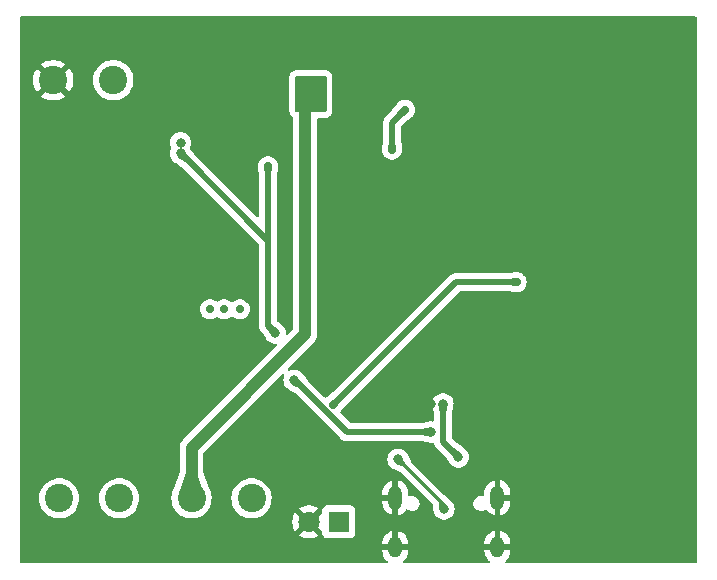
<source format=gbr>
%TF.GenerationSoftware,KiCad,Pcbnew,7.99.0-1092-g932f171e96*%
%TF.CreationDate,2023-06-26T03:17:45+02:00*%
%TF.ProjectId,irrigation,69727269-6761-4746-996f-6e2e6b696361,0.1*%
%TF.SameCoordinates,Original*%
%TF.FileFunction,Copper,L2,Bot*%
%TF.FilePolarity,Positive*%
%FSLAX46Y46*%
G04 Gerber Fmt 4.6, Leading zero omitted, Abs format (unit mm)*
G04 Created by KiCad (PCBNEW 7.99.0-1092-g932f171e96) date 2023-06-26 03:17:45*
%MOMM*%
%LPD*%
G01*
G04 APERTURE LIST*
%TA.AperFunction,ComponentPad*%
%ADD10R,1.800000X1.800000*%
%TD*%
%TA.AperFunction,ComponentPad*%
%ADD11C,1.800000*%
%TD*%
%TA.AperFunction,SMDPad,CuDef*%
%ADD12R,2.950000X4.500000*%
%TD*%
%TA.AperFunction,ComponentPad*%
%ADD13C,0.600000*%
%TD*%
%TA.AperFunction,ComponentPad*%
%ADD14C,2.400000*%
%TD*%
%TA.AperFunction,ComponentPad*%
%ADD15O,1.200000X2.000000*%
%TD*%
%TA.AperFunction,ComponentPad*%
%ADD16O,1.200000X1.800000*%
%TD*%
%TA.AperFunction,ViaPad*%
%ADD17C,0.700000*%
%TD*%
%TA.AperFunction,ViaPad*%
%ADD18C,0.800000*%
%TD*%
%TA.AperFunction,Conductor*%
%ADD19C,0.500000*%
%TD*%
%TA.AperFunction,Conductor*%
%ADD20C,1.000000*%
%TD*%
%TA.AperFunction,Conductor*%
%ADD21C,0.250000*%
%TD*%
G04 APERTURE END LIST*
D10*
%TO.P,J5,1,Pin_1*%
%TO.N,/GPIO4*%
X138100000Y-77700000D03*
D11*
%TO.P,J5,2,Pin_2*%
%TO.N,GND*%
X135560000Y-77700000D03*
%TD*%
D12*
%TO.P,U1,9,GNDPAD*%
%TO.N,GND*%
X146400000Y-40950000D03*
D13*
X147000000Y-42750000D03*
X147000000Y-41650000D03*
X147000000Y-40350000D03*
X145800000Y-42750000D03*
X145800000Y-39150000D03*
X145800000Y-41650000D03*
X145800000Y-40350000D03*
X147000000Y-39150000D03*
%TD*%
D14*
%TO.P,J1,1,Pin_1*%
%TO.N,Net-(J1-Pin_1)*%
X119000000Y-40300000D03*
%TO.P,J1,2,Pin_2*%
%TO.N,GND*%
X113920000Y-40300000D03*
%TD*%
D15*
%TO.P,J4,0*%
%TO.N,GND*%
X142875000Y-75645500D03*
%TO.P,J4,1*%
X151525000Y-75645500D03*
D16*
%TO.P,J4,2*%
X151525000Y-79825500D03*
%TO.P,J4,3*%
X142875000Y-79825500D03*
%TD*%
D14*
%TO.P,J3,1,Pin_1*%
%TO.N,+12V*%
X125620000Y-75700000D03*
%TO.P,J3,2,Pin_2*%
%TO.N,Net-(D6-A)*%
X130700000Y-75700000D03*
%TD*%
%TO.P,J2,1,Pin_1*%
%TO.N,+12V*%
X114420000Y-75700000D03*
%TO.P,J2,2,Pin_2*%
%TO.N,Net-(D7-A)*%
X119500000Y-75700000D03*
%TD*%
D17*
%TO.N,/USB_VBUS*%
X132100000Y-47600000D03*
D18*
X124700000Y-46500000D03*
X124700000Y-45600000D03*
D17*
%TO.N,GND*%
X121705000Y-55700000D03*
X120505000Y-55700000D03*
X119205000Y-55700000D03*
D18*
X129350000Y-46500000D03*
X129350000Y-45600000D03*
%TO.N,/USB_VBUS*%
X132700000Y-61700000D03*
X134300000Y-65700000D03*
X145900000Y-70100000D03*
%TO.N,GND*%
X145900000Y-67700000D03*
%TO.N,Net-(J2-CC1)*%
X147000000Y-76600000D03*
X143100000Y-72400000D03*
%TO.N,/USB_D+*%
X146900000Y-67700000D03*
X148200000Y-72200000D03*
%TO.N,GND*%
X148700000Y-36800000D03*
X140200000Y-38300000D03*
X130500000Y-42300000D03*
X130500000Y-41500000D03*
X130500000Y-40700000D03*
X130500000Y-40700000D03*
X158950000Y-60500000D03*
D17*
X161100000Y-73300000D03*
X161100000Y-72200000D03*
X161100000Y-71100000D03*
X162200000Y-71100000D03*
X162200000Y-72200000D03*
X162200000Y-73300000D03*
X159900000Y-73300000D03*
X159900000Y-72200000D03*
X159900000Y-71100000D03*
%TO.N,Net-(D6-A)*%
X129700000Y-59700000D03*
X128400000Y-59700000D03*
X127200000Y-59700000D03*
%TO.N,+3V3*%
X153140000Y-57410000D03*
X137600000Y-67800000D03*
D18*
%TO.N,GND*%
X155300000Y-62500000D03*
D17*
X167500000Y-57500000D03*
X165700000Y-57500000D03*
X163700000Y-57500000D03*
X160200000Y-57500000D03*
X160200000Y-57500000D03*
X155800000Y-59600000D03*
X155800000Y-55100000D03*
D18*
%TO.N,+12V*%
X135250000Y-41500000D03*
X135250000Y-42250000D03*
X136250000Y-42250000D03*
X136250000Y-41500000D03*
X136250000Y-40750000D03*
X135250000Y-40750000D03*
D17*
%TO.N,Net-(U1-VSENSE)*%
X142600000Y-46175000D03*
X143700000Y-42800000D03*
%TD*%
D19*
%TO.N,/USB_VBUS*%
X132700000Y-61700000D02*
X132100000Y-61100000D01*
X132100000Y-61100000D02*
X132100000Y-53900000D01*
X132100000Y-53900000D02*
X132100000Y-47600000D01*
X132100000Y-53900000D02*
X124700000Y-46500000D01*
D20*
%TO.N,+12V*%
X135250000Y-42250000D02*
X135250000Y-61804928D01*
X135250000Y-61804928D02*
X125620000Y-71434928D01*
X125620000Y-71434928D02*
X125620000Y-75700000D01*
D19*
%TO.N,/USB_VBUS*%
X134300000Y-65700000D02*
X134369336Y-65700000D01*
X134369336Y-65700000D02*
X138769336Y-70100000D01*
X138769336Y-70100000D02*
X145900000Y-70100000D01*
D21*
%TO.N,Net-(J2-CC1)*%
X147000000Y-76600000D02*
X147000000Y-76300000D01*
X147000000Y-76300000D02*
X143100000Y-72400000D01*
D19*
%TO.N,/USB_D+*%
X146900000Y-67700000D02*
X146900000Y-70900000D01*
X146900000Y-70900000D02*
X148200000Y-72200000D01*
%TO.N,+3V3*%
X153140000Y-57410000D02*
X147990000Y-57410000D01*
X147990000Y-57410000D02*
X137600000Y-67800000D01*
%TO.N,Net-(U1-VSENSE)*%
X142600000Y-46175000D02*
X142600000Y-43900000D01*
X142600000Y-43900000D02*
X143700000Y-42800000D01*
%TD*%
%TA.AperFunction,Conductor*%
%TO.N,GND*%
G36*
X168342539Y-34920185D02*
G01*
X168388294Y-34972989D01*
X168399500Y-35024500D01*
X168399500Y-81075500D01*
X168379815Y-81142539D01*
X168327011Y-81188294D01*
X168275500Y-81199500D01*
X152301050Y-81199500D01*
X152234011Y-81179815D01*
X152188256Y-81127011D01*
X152178312Y-81057853D01*
X152207337Y-80994297D01*
X152229124Y-80974492D01*
X152248621Y-80960608D01*
X152248625Y-80960604D01*
X152393592Y-80808567D01*
X152507166Y-80631842D01*
X152585244Y-80436814D01*
X152625000Y-80230537D01*
X152625000Y-80075500D01*
X151925000Y-80075500D01*
X151925000Y-79575500D01*
X152625000Y-79575500D01*
X152625000Y-79473101D01*
X152610034Y-79316377D01*
X152610033Y-79316373D01*
X152550850Y-79114813D01*
X152454586Y-78928085D01*
X152324731Y-78762962D01*
X152324728Y-78762959D01*
X152165969Y-78625394D01*
X152165958Y-78625385D01*
X151984039Y-78520355D01*
X151984032Y-78520352D01*
X151785516Y-78451644D01*
X151775000Y-78450132D01*
X151775000Y-79209814D01*
X151763045Y-79197859D01*
X151650148Y-79140335D01*
X151525000Y-79120514D01*
X151399852Y-79140335D01*
X151286955Y-79197859D01*
X151275000Y-79209814D01*
X151275000Y-78454240D01*
X151274999Y-78454240D01*
X151163594Y-78481268D01*
X151163582Y-78481272D01*
X150972497Y-78568537D01*
X150972496Y-78568538D01*
X150801380Y-78690389D01*
X150801374Y-78690395D01*
X150656407Y-78842432D01*
X150542833Y-79019157D01*
X150464755Y-79214185D01*
X150425000Y-79420462D01*
X150425000Y-79575500D01*
X151125000Y-79575500D01*
X151125000Y-80075500D01*
X150425000Y-80075500D01*
X150425000Y-80177898D01*
X150439965Y-80334622D01*
X150439966Y-80334626D01*
X150499149Y-80536186D01*
X150595413Y-80722914D01*
X150725268Y-80888037D01*
X150725271Y-80888040D01*
X150833461Y-80981787D01*
X150871235Y-81040565D01*
X150871235Y-81110435D01*
X150833461Y-81169213D01*
X150769905Y-81198238D01*
X150752258Y-81199500D01*
X143651050Y-81199500D01*
X143584011Y-81179815D01*
X143538256Y-81127011D01*
X143528312Y-81057853D01*
X143557337Y-80994297D01*
X143579124Y-80974492D01*
X143598621Y-80960608D01*
X143598625Y-80960604D01*
X143743592Y-80808567D01*
X143857166Y-80631842D01*
X143935244Y-80436814D01*
X143975000Y-80230537D01*
X143975000Y-80075500D01*
X143275000Y-80075500D01*
X143275000Y-79575500D01*
X143975000Y-79575500D01*
X143975000Y-79473101D01*
X143960034Y-79316377D01*
X143960033Y-79316373D01*
X143900850Y-79114813D01*
X143804586Y-78928085D01*
X143674731Y-78762962D01*
X143674728Y-78762959D01*
X143515969Y-78625394D01*
X143515958Y-78625385D01*
X143334039Y-78520355D01*
X143334032Y-78520352D01*
X143135516Y-78451644D01*
X143125000Y-78450132D01*
X143125000Y-79209814D01*
X143113045Y-79197859D01*
X143000148Y-79140335D01*
X142875000Y-79120514D01*
X142749852Y-79140335D01*
X142636955Y-79197859D01*
X142625000Y-79209814D01*
X142625000Y-78454240D01*
X142624999Y-78454240D01*
X142513594Y-78481268D01*
X142513582Y-78481272D01*
X142322497Y-78568537D01*
X142322496Y-78568538D01*
X142151380Y-78690389D01*
X142151374Y-78690395D01*
X142006407Y-78842432D01*
X141892833Y-79019157D01*
X141814755Y-79214185D01*
X141775000Y-79420462D01*
X141775000Y-79575500D01*
X142475000Y-79575500D01*
X142475000Y-80075500D01*
X141775000Y-80075500D01*
X141775000Y-80177898D01*
X141789965Y-80334622D01*
X141789966Y-80334626D01*
X141849149Y-80536186D01*
X141945413Y-80722914D01*
X142075268Y-80888037D01*
X142075271Y-80888040D01*
X142183461Y-80981787D01*
X142221235Y-81040565D01*
X142221235Y-81110435D01*
X142183461Y-81169213D01*
X142119905Y-81198238D01*
X142102258Y-81199500D01*
X111224500Y-81199500D01*
X111157461Y-81179815D01*
X111111706Y-81127011D01*
X111100500Y-81075500D01*
X111100500Y-77700005D01*
X134155202Y-77700005D01*
X134174361Y-77931218D01*
X134231317Y-78156135D01*
X134324516Y-78368609D01*
X134408811Y-78497633D01*
X135034070Y-77872375D01*
X135036884Y-77885915D01*
X135106442Y-78020156D01*
X135209638Y-78130652D01*
X135338819Y-78209209D01*
X135390002Y-78223549D01*
X134761199Y-78852351D01*
X134791650Y-78876050D01*
X134995697Y-78986476D01*
X134995706Y-78986479D01*
X135215139Y-79061811D01*
X135443993Y-79100000D01*
X135676007Y-79100000D01*
X135904860Y-79061811D01*
X136124293Y-78986479D01*
X136124302Y-78986476D01*
X136328350Y-78876050D01*
X136358798Y-78852351D01*
X135731568Y-78225121D01*
X135848458Y-78174349D01*
X135965739Y-78078934D01*
X136052928Y-77955415D01*
X136083354Y-77869801D01*
X136663181Y-78449628D01*
X136696666Y-78510951D01*
X136699500Y-78537308D01*
X136699500Y-78647869D01*
X136699501Y-78647876D01*
X136705908Y-78707483D01*
X136756202Y-78842328D01*
X136756206Y-78842335D01*
X136842452Y-78957544D01*
X136842455Y-78957547D01*
X136957664Y-79043793D01*
X136957671Y-79043797D01*
X137092517Y-79094091D01*
X137092516Y-79094091D01*
X137099444Y-79094835D01*
X137152127Y-79100500D01*
X139047872Y-79100499D01*
X139107483Y-79094091D01*
X139242331Y-79043796D01*
X139357546Y-78957546D01*
X139443796Y-78842331D01*
X139494091Y-78707483D01*
X139500500Y-78647873D01*
X139500499Y-76752128D01*
X139494091Y-76692517D01*
X139490601Y-76683161D01*
X139443797Y-76557671D01*
X139443793Y-76557664D01*
X139357547Y-76442455D01*
X139357544Y-76442452D01*
X139242335Y-76356206D01*
X139242328Y-76356202D01*
X139107482Y-76305908D01*
X139107483Y-76305908D01*
X139047883Y-76299501D01*
X139047881Y-76299500D01*
X139047873Y-76299500D01*
X139047864Y-76299500D01*
X137152129Y-76299500D01*
X137152123Y-76299501D01*
X137092516Y-76305908D01*
X136957671Y-76356202D01*
X136957664Y-76356206D01*
X136842455Y-76442452D01*
X136842452Y-76442455D01*
X136756206Y-76557664D01*
X136756202Y-76557671D01*
X136705908Y-76692517D01*
X136701696Y-76731698D01*
X136699501Y-76752123D01*
X136699500Y-76752135D01*
X136699500Y-76862690D01*
X136679815Y-76929729D01*
X136663181Y-76950371D01*
X136085929Y-77527622D01*
X136083116Y-77514085D01*
X136013558Y-77379844D01*
X135910362Y-77269348D01*
X135781181Y-77190791D01*
X135729997Y-77176450D01*
X136358799Y-76547648D01*
X136358799Y-76547647D01*
X136328349Y-76523949D01*
X136124302Y-76413523D01*
X136124293Y-76413520D01*
X135904860Y-76338188D01*
X135676007Y-76300000D01*
X135443993Y-76300000D01*
X135215139Y-76338188D01*
X134995706Y-76413520D01*
X134995698Y-76413523D01*
X134791644Y-76523952D01*
X134761200Y-76547646D01*
X134761200Y-76547647D01*
X135388431Y-77174878D01*
X135271542Y-77225651D01*
X135154261Y-77321066D01*
X135067072Y-77444585D01*
X135036645Y-77530197D01*
X134408812Y-76902365D01*
X134324516Y-77031391D01*
X134324514Y-77031395D01*
X134231317Y-77243864D01*
X134174361Y-77468781D01*
X134155202Y-77699994D01*
X134155202Y-77700005D01*
X111100500Y-77700005D01*
X111100500Y-75700004D01*
X112714732Y-75700004D01*
X112733777Y-75954154D01*
X112786486Y-76185088D01*
X112790492Y-76202637D01*
X112873423Y-76413941D01*
X112883608Y-76439890D01*
X112908683Y-76483321D01*
X113011041Y-76660612D01*
X113169950Y-76859877D01*
X113356783Y-77033232D01*
X113567366Y-77176805D01*
X113567371Y-77176807D01*
X113567372Y-77176808D01*
X113567373Y-77176809D01*
X113668796Y-77225651D01*
X113796992Y-77287387D01*
X113796993Y-77287387D01*
X113796996Y-77287389D01*
X114040542Y-77362513D01*
X114292565Y-77400500D01*
X114547435Y-77400500D01*
X114799458Y-77362513D01*
X115043004Y-77287389D01*
X115272634Y-77176805D01*
X115483217Y-77033232D01*
X115670050Y-76859877D01*
X115828959Y-76660612D01*
X115956393Y-76439888D01*
X116049508Y-76202637D01*
X116106222Y-75954157D01*
X116125268Y-75700004D01*
X117794732Y-75700004D01*
X117813777Y-75954154D01*
X117866486Y-76185088D01*
X117870492Y-76202637D01*
X117953423Y-76413941D01*
X117963608Y-76439890D01*
X117988683Y-76483321D01*
X118091041Y-76660612D01*
X118249950Y-76859877D01*
X118436783Y-77033232D01*
X118647366Y-77176805D01*
X118647371Y-77176807D01*
X118647372Y-77176808D01*
X118647373Y-77176809D01*
X118748796Y-77225651D01*
X118876992Y-77287387D01*
X118876993Y-77287387D01*
X118876996Y-77287389D01*
X119120542Y-77362513D01*
X119372565Y-77400500D01*
X119627435Y-77400500D01*
X119879458Y-77362513D01*
X120123004Y-77287389D01*
X120352634Y-77176805D01*
X120563217Y-77033232D01*
X120750050Y-76859877D01*
X120908959Y-76660612D01*
X121036393Y-76439888D01*
X121129508Y-76202637D01*
X121186222Y-75954157D01*
X121205268Y-75700000D01*
X121194724Y-75559303D01*
X121186222Y-75445845D01*
X121186126Y-75445426D01*
X121129508Y-75197363D01*
X121036393Y-74960112D01*
X120908959Y-74739388D01*
X120750050Y-74540123D01*
X120563217Y-74366768D01*
X120352634Y-74223195D01*
X120352630Y-74223193D01*
X120352627Y-74223191D01*
X120352626Y-74223190D01*
X120123006Y-74112612D01*
X120123008Y-74112612D01*
X119879466Y-74037489D01*
X119879462Y-74037488D01*
X119879458Y-74037487D01*
X119758231Y-74019214D01*
X119627440Y-73999500D01*
X119627435Y-73999500D01*
X119372565Y-73999500D01*
X119372559Y-73999500D01*
X119215609Y-74023157D01*
X119120542Y-74037487D01*
X119120538Y-74037488D01*
X119120539Y-74037488D01*
X119120533Y-74037489D01*
X118876992Y-74112612D01*
X118647373Y-74223190D01*
X118647372Y-74223191D01*
X118436782Y-74366768D01*
X118249952Y-74540121D01*
X118249950Y-74540123D01*
X118091041Y-74739388D01*
X117963608Y-74960109D01*
X117870492Y-75197362D01*
X117870490Y-75197369D01*
X117813777Y-75445845D01*
X117794732Y-75699995D01*
X117794732Y-75700004D01*
X116125268Y-75700004D01*
X116125268Y-75700000D01*
X116114724Y-75559303D01*
X116106222Y-75445845D01*
X116106126Y-75445426D01*
X116049508Y-75197363D01*
X115956393Y-74960112D01*
X115828959Y-74739388D01*
X115670050Y-74540123D01*
X115483217Y-74366768D01*
X115272634Y-74223195D01*
X115272630Y-74223193D01*
X115272627Y-74223191D01*
X115272626Y-74223190D01*
X115043006Y-74112612D01*
X115043008Y-74112612D01*
X114799466Y-74037489D01*
X114799462Y-74037488D01*
X114799458Y-74037487D01*
X114678231Y-74019214D01*
X114547440Y-73999500D01*
X114547435Y-73999500D01*
X114292565Y-73999500D01*
X114292559Y-73999500D01*
X114135609Y-74023157D01*
X114040542Y-74037487D01*
X114040538Y-74037488D01*
X114040539Y-74037488D01*
X114040533Y-74037489D01*
X113796992Y-74112612D01*
X113567373Y-74223190D01*
X113567372Y-74223191D01*
X113356782Y-74366768D01*
X113169952Y-74540121D01*
X113169950Y-74540123D01*
X113011041Y-74739388D01*
X112883608Y-74960109D01*
X112790492Y-75197362D01*
X112790490Y-75197369D01*
X112733777Y-75445845D01*
X112714732Y-75699995D01*
X112714732Y-75700004D01*
X111100500Y-75700004D01*
X111100500Y-59699999D01*
X126344815Y-59699999D01*
X126363503Y-59877805D01*
X126363504Y-59877807D01*
X126418747Y-60047829D01*
X126418750Y-60047835D01*
X126508141Y-60202665D01*
X126549812Y-60248946D01*
X126627764Y-60335521D01*
X126627767Y-60335523D01*
X126627770Y-60335526D01*
X126772407Y-60440612D01*
X126935733Y-60513329D01*
X127110609Y-60550500D01*
X127110610Y-60550500D01*
X127289389Y-60550500D01*
X127289391Y-60550500D01*
X127464267Y-60513329D01*
X127627593Y-60440612D01*
X127727114Y-60368304D01*
X127792920Y-60344824D01*
X127860974Y-60360649D01*
X127872886Y-60368305D01*
X127972401Y-60440608D01*
X127972402Y-60440609D01*
X127972404Y-60440610D01*
X127972407Y-60440612D01*
X128135733Y-60513329D01*
X128310609Y-60550500D01*
X128310610Y-60550500D01*
X128489389Y-60550500D01*
X128489391Y-60550500D01*
X128664267Y-60513329D01*
X128827593Y-60440612D01*
X128972230Y-60335526D01*
X128972233Y-60335523D01*
X128977114Y-60331977D01*
X129042920Y-60308497D01*
X129110974Y-60324322D01*
X129122886Y-60331977D01*
X129127767Y-60335523D01*
X129127770Y-60335526D01*
X129272407Y-60440612D01*
X129435733Y-60513329D01*
X129610609Y-60550500D01*
X129610610Y-60550500D01*
X129789389Y-60550500D01*
X129789391Y-60550500D01*
X129964267Y-60513329D01*
X130127593Y-60440612D01*
X130272230Y-60335526D01*
X130391859Y-60202665D01*
X130481250Y-60047835D01*
X130536497Y-59877803D01*
X130555185Y-59700000D01*
X130536497Y-59522197D01*
X130481250Y-59352165D01*
X130391859Y-59197335D01*
X130345003Y-59145296D01*
X130272235Y-59064478D01*
X130272232Y-59064476D01*
X130272231Y-59064475D01*
X130272230Y-59064474D01*
X130127593Y-58959388D01*
X129964267Y-58886671D01*
X129964265Y-58886670D01*
X129836594Y-58859533D01*
X129789391Y-58849500D01*
X129610609Y-58849500D01*
X129579954Y-58856015D01*
X129435733Y-58886670D01*
X129435728Y-58886672D01*
X129272408Y-58959388D01*
X129272403Y-58959390D01*
X129122885Y-59068022D01*
X129057079Y-59091502D01*
X128989025Y-59075676D01*
X128977114Y-59068022D01*
X128882605Y-58999357D01*
X128827593Y-58959388D01*
X128664267Y-58886671D01*
X128664265Y-58886670D01*
X128536594Y-58859533D01*
X128489391Y-58849500D01*
X128310609Y-58849500D01*
X128279954Y-58856015D01*
X128135733Y-58886670D01*
X128135728Y-58886672D01*
X127972408Y-58959388D01*
X127972403Y-58959390D01*
X127872885Y-59031695D01*
X127807079Y-59055175D01*
X127739025Y-59039349D01*
X127727114Y-59031695D01*
X127627593Y-58959388D01*
X127464267Y-58886671D01*
X127464265Y-58886670D01*
X127336594Y-58859533D01*
X127289391Y-58849500D01*
X127110609Y-58849500D01*
X127079954Y-58856015D01*
X126935733Y-58886670D01*
X126935728Y-58886672D01*
X126772408Y-58959387D01*
X126627768Y-59064475D01*
X126508140Y-59197336D01*
X126418750Y-59352164D01*
X126418747Y-59352170D01*
X126363504Y-59522192D01*
X126363503Y-59522194D01*
X126344815Y-59699999D01*
X111100500Y-59699999D01*
X111100500Y-46500000D01*
X123794540Y-46500000D01*
X123814326Y-46688256D01*
X123814327Y-46688259D01*
X123872818Y-46868277D01*
X123872821Y-46868284D01*
X123967467Y-47032216D01*
X124031965Y-47103848D01*
X124035926Y-47108723D01*
X124037337Y-47110653D01*
X124037340Y-47110656D01*
X124037341Y-47110657D01*
X124039531Y-47112668D01*
X124043661Y-47116838D01*
X124094128Y-47172888D01*
X124094129Y-47172888D01*
X124094135Y-47172893D01*
X124247270Y-47284151D01*
X124258105Y-47288976D01*
X124277688Y-47299916D01*
X124456409Y-47422198D01*
X124764881Y-47633257D01*
X124777562Y-47641933D01*
X124795222Y-47656590D01*
X131313181Y-54174548D01*
X131346666Y-54235871D01*
X131349500Y-54262229D01*
X131349500Y-61036294D01*
X131348191Y-61054263D01*
X131344710Y-61078025D01*
X131349264Y-61130064D01*
X131349500Y-61135470D01*
X131349500Y-61143712D01*
X131353202Y-61175391D01*
X131353386Y-61177185D01*
X131360000Y-61252792D01*
X131361461Y-61259867D01*
X131361403Y-61259878D01*
X131363034Y-61267237D01*
X131363092Y-61267224D01*
X131364757Y-61274249D01*
X131364758Y-61274254D01*
X131364759Y-61274255D01*
X131385674Y-61331722D01*
X131390708Y-61345551D01*
X131391299Y-61347253D01*
X131415182Y-61419326D01*
X131418236Y-61425874D01*
X131418182Y-61425898D01*
X131421470Y-61432688D01*
X131421521Y-61432663D01*
X131424761Y-61439113D01*
X131424762Y-61439114D01*
X131424763Y-61439117D01*
X131466494Y-61502567D01*
X131467443Y-61504058D01*
X131507289Y-61568657D01*
X131511766Y-61574319D01*
X131511719Y-61574355D01*
X131516483Y-61580202D01*
X131516529Y-61580164D01*
X131521164Y-61585687D01*
X131521170Y-61585696D01*
X131544627Y-61607826D01*
X131561872Y-61628000D01*
X131888913Y-62105986D01*
X131923904Y-62157126D01*
X131926429Y-62161137D01*
X131967464Y-62232212D01*
X131967465Y-62232214D01*
X131999104Y-62267353D01*
X132002543Y-62271524D01*
X132006804Y-62277178D01*
X132012477Y-62284705D01*
X132021216Y-62295260D01*
X132047573Y-62321336D01*
X132050034Y-62323916D01*
X132094129Y-62372888D01*
X132247265Y-62484148D01*
X132247270Y-62484151D01*
X132420192Y-62561142D01*
X132420197Y-62561144D01*
X132605354Y-62600500D01*
X132605355Y-62600500D01*
X132740145Y-62600500D01*
X132807184Y-62620185D01*
X132852939Y-62672989D01*
X132862883Y-62742147D01*
X132833858Y-62805703D01*
X132827826Y-62812181D01*
X124922091Y-70717915D01*
X124920967Y-70719011D01*
X124856946Y-70779870D01*
X124821899Y-70830222D01*
X124819062Y-70833984D01*
X124780302Y-70881520D01*
X124780299Y-70881525D01*
X124764392Y-70911975D01*
X124760324Y-70918689D01*
X124740702Y-70946882D01*
X124716509Y-71003258D01*
X124714488Y-71007512D01*
X124686091Y-71061879D01*
X124686090Y-71061880D01*
X124676640Y-71094903D01*
X124674007Y-71102299D01*
X124660459Y-71133871D01*
X124648113Y-71193947D01*
X124646990Y-71198523D01*
X124630113Y-71257505D01*
X124630113Y-71257507D01*
X124627503Y-71291769D01*
X124626414Y-71299536D01*
X124625645Y-71303283D01*
X124619500Y-71333186D01*
X124619500Y-71394525D01*
X124619321Y-71399234D01*
X124614662Y-71460402D01*
X124616707Y-71476455D01*
X124619003Y-71494488D01*
X124619500Y-71502316D01*
X124619500Y-73403721D01*
X124613514Y-73441783D01*
X124178756Y-74789773D01*
X124168130Y-74813709D01*
X124083609Y-74960108D01*
X124083606Y-74960114D01*
X123990492Y-75197362D01*
X123990490Y-75197369D01*
X123933777Y-75445845D01*
X123914732Y-75699995D01*
X123914732Y-75700004D01*
X123933777Y-75954154D01*
X123986486Y-76185088D01*
X123990492Y-76202637D01*
X124073423Y-76413941D01*
X124083608Y-76439890D01*
X124108683Y-76483321D01*
X124211041Y-76660612D01*
X124369950Y-76859877D01*
X124556783Y-77033232D01*
X124767366Y-77176805D01*
X124767371Y-77176807D01*
X124767372Y-77176808D01*
X124767373Y-77176809D01*
X124868796Y-77225651D01*
X124996992Y-77287387D01*
X124996993Y-77287387D01*
X124996996Y-77287389D01*
X125240542Y-77362513D01*
X125492565Y-77400500D01*
X125747435Y-77400500D01*
X125999458Y-77362513D01*
X126243004Y-77287389D01*
X126472634Y-77176805D01*
X126683217Y-77033232D01*
X126870050Y-76859877D01*
X127028959Y-76660612D01*
X127156393Y-76439888D01*
X127249508Y-76202637D01*
X127306222Y-75954157D01*
X127325268Y-75700004D01*
X128994732Y-75700004D01*
X129013777Y-75954154D01*
X129066486Y-76185088D01*
X129070492Y-76202637D01*
X129153423Y-76413941D01*
X129163608Y-76439890D01*
X129188683Y-76483321D01*
X129291041Y-76660612D01*
X129449950Y-76859877D01*
X129636783Y-77033232D01*
X129847366Y-77176805D01*
X129847371Y-77176807D01*
X129847372Y-77176808D01*
X129847373Y-77176809D01*
X129948796Y-77225651D01*
X130076992Y-77287387D01*
X130076993Y-77287387D01*
X130076996Y-77287389D01*
X130320542Y-77362513D01*
X130572565Y-77400500D01*
X130827435Y-77400500D01*
X131079458Y-77362513D01*
X131323004Y-77287389D01*
X131552634Y-77176805D01*
X131763217Y-77033232D01*
X131950050Y-76859877D01*
X132108959Y-76660612D01*
X132236393Y-76439888D01*
X132329508Y-76202637D01*
X132353414Y-76097898D01*
X141775000Y-76097898D01*
X141789965Y-76254622D01*
X141789966Y-76254626D01*
X141849149Y-76456186D01*
X141945413Y-76642914D01*
X142075268Y-76808037D01*
X142075271Y-76808040D01*
X142234030Y-76945605D01*
X142234041Y-76945614D01*
X142415960Y-77050644D01*
X142415967Y-77050647D01*
X142614487Y-77119356D01*
X142625000Y-77120867D01*
X142625000Y-76361186D01*
X142636955Y-76373141D01*
X142749852Y-76430665D01*
X142875000Y-76450486D01*
X143000148Y-76430665D01*
X143113045Y-76373141D01*
X143125000Y-76361186D01*
X143125000Y-77116757D01*
X143236409Y-77089729D01*
X143427507Y-77002459D01*
X143598619Y-76880610D01*
X143598625Y-76880604D01*
X143743589Y-76728570D01*
X143743591Y-76728567D01*
X143764177Y-76696535D01*
X143816980Y-76650779D01*
X143886139Y-76640834D01*
X143928231Y-76654910D01*
X144062220Y-76728570D01*
X144067908Y-76731697D01*
X144220981Y-76771000D01*
X144220984Y-76771000D01*
X144339348Y-76771000D01*
X144339350Y-76771000D01*
X144339355Y-76770999D01*
X144339359Y-76770999D01*
X144352088Y-76769390D01*
X144456792Y-76756164D01*
X144603732Y-76697986D01*
X144605729Y-76696535D01*
X144731583Y-76605097D01*
X144731584Y-76605096D01*
X144731583Y-76605096D01*
X144731587Y-76605094D01*
X144832324Y-76483323D01*
X144899614Y-76340326D01*
X144929227Y-76185088D01*
X144919304Y-76027362D01*
X144870467Y-75877059D01*
X144785786Y-75743623D01*
X144670582Y-75635438D01*
X144670579Y-75635436D01*
X144670577Y-75635434D01*
X144532095Y-75559304D01*
X144532087Y-75559301D01*
X144379021Y-75520000D01*
X144379019Y-75520000D01*
X144260650Y-75520000D01*
X144260640Y-75520000D01*
X144143208Y-75534836D01*
X144135649Y-75536777D01*
X144135226Y-75535132D01*
X144075053Y-75540639D01*
X144013077Y-75508378D01*
X143978381Y-75447731D01*
X143975000Y-75418973D01*
X143975000Y-75193101D01*
X143960034Y-75036377D01*
X143960033Y-75036373D01*
X143900850Y-74834813D01*
X143804586Y-74648085D01*
X143674731Y-74482962D01*
X143674728Y-74482959D01*
X143515969Y-74345394D01*
X143515958Y-74345385D01*
X143334039Y-74240355D01*
X143334032Y-74240352D01*
X143135516Y-74171644D01*
X143125000Y-74170132D01*
X143125000Y-74929814D01*
X143113045Y-74917859D01*
X143000148Y-74860335D01*
X142875000Y-74840514D01*
X142749852Y-74860335D01*
X142636955Y-74917859D01*
X142625000Y-74929814D01*
X142625000Y-74174240D01*
X142624999Y-74174240D01*
X142513594Y-74201268D01*
X142513582Y-74201272D01*
X142322497Y-74288537D01*
X142322496Y-74288538D01*
X142151380Y-74410389D01*
X142151374Y-74410395D01*
X142006407Y-74562432D01*
X141892833Y-74739157D01*
X141814755Y-74934185D01*
X141775000Y-75140462D01*
X141775000Y-75395500D01*
X142475000Y-75395500D01*
X142475000Y-75895500D01*
X141775000Y-75895500D01*
X141775000Y-76097898D01*
X132353414Y-76097898D01*
X132386222Y-75954157D01*
X132405268Y-75700000D01*
X132394724Y-75559303D01*
X132386222Y-75445845D01*
X132386126Y-75445426D01*
X132329508Y-75197363D01*
X132236393Y-74960112D01*
X132108959Y-74739388D01*
X131950050Y-74540123D01*
X131763217Y-74366768D01*
X131552634Y-74223195D01*
X131552630Y-74223193D01*
X131552627Y-74223191D01*
X131552626Y-74223190D01*
X131323006Y-74112612D01*
X131323008Y-74112612D01*
X131079466Y-74037489D01*
X131079462Y-74037488D01*
X131079458Y-74037487D01*
X130958231Y-74019214D01*
X130827440Y-73999500D01*
X130827435Y-73999500D01*
X130572565Y-73999500D01*
X130572559Y-73999500D01*
X130415609Y-74023157D01*
X130320542Y-74037487D01*
X130320538Y-74037488D01*
X130320539Y-74037488D01*
X130320533Y-74037489D01*
X130076992Y-74112612D01*
X129847373Y-74223190D01*
X129847372Y-74223191D01*
X129636782Y-74366768D01*
X129449952Y-74540121D01*
X129449950Y-74540123D01*
X129291041Y-74739388D01*
X129163608Y-74960109D01*
X129070492Y-75197362D01*
X129070490Y-75197369D01*
X129013777Y-75445845D01*
X128994732Y-75699995D01*
X128994732Y-75700004D01*
X127325268Y-75700004D01*
X127325268Y-75700000D01*
X127314724Y-75559303D01*
X127306222Y-75445845D01*
X127306126Y-75445426D01*
X127249508Y-75197363D01*
X127156393Y-74960112D01*
X127071865Y-74813704D01*
X127061242Y-74789775D01*
X126626484Y-73441781D01*
X126620500Y-73403730D01*
X126620500Y-72400000D01*
X142194540Y-72400000D01*
X142214326Y-72588256D01*
X142214327Y-72588259D01*
X142272818Y-72768277D01*
X142272821Y-72768284D01*
X142367467Y-72932216D01*
X142414227Y-72984148D01*
X142494129Y-73072888D01*
X142647265Y-73184148D01*
X142647267Y-73184149D01*
X142647270Y-73184151D01*
X142690013Y-73203181D01*
X142712757Y-73213308D01*
X142728898Y-73221977D01*
X142749271Y-73234943D01*
X142749274Y-73234945D01*
X142749278Y-73234946D01*
X142749280Y-73234948D01*
X143277400Y-73473318D01*
X143314067Y-73498657D01*
X146026931Y-76211522D01*
X146060416Y-76272845D01*
X146062699Y-76287530D01*
X146095739Y-76636956D01*
X146095749Y-76637051D01*
X146099428Y-76666618D01*
X146100544Y-76671855D01*
X146100414Y-76671882D01*
X146103894Y-76689021D01*
X146114325Y-76788249D01*
X146114327Y-76788260D01*
X146172818Y-76968277D01*
X146172821Y-76968284D01*
X146267467Y-77132216D01*
X146367996Y-77243864D01*
X146394129Y-77272888D01*
X146547265Y-77384148D01*
X146547270Y-77384151D01*
X146720192Y-77461142D01*
X146720197Y-77461144D01*
X146905354Y-77500500D01*
X146905355Y-77500500D01*
X147094644Y-77500500D01*
X147094646Y-77500500D01*
X147279803Y-77461144D01*
X147452730Y-77384151D01*
X147605871Y-77272888D01*
X147732533Y-77132216D01*
X147827179Y-76968284D01*
X147885674Y-76788256D01*
X147905460Y-76600000D01*
X147885674Y-76411744D01*
X147827179Y-76231716D01*
X147754548Y-76105915D01*
X149470773Y-76105915D01*
X149480696Y-76263637D01*
X149480696Y-76263640D01*
X149510971Y-76356814D01*
X149529533Y-76413941D01*
X149614214Y-76547377D01*
X149729418Y-76655562D01*
X149729420Y-76655563D01*
X149729422Y-76655565D01*
X149862220Y-76728570D01*
X149867908Y-76731697D01*
X150020981Y-76771000D01*
X150020984Y-76771000D01*
X150139348Y-76771000D01*
X150139350Y-76771000D01*
X150139355Y-76770999D01*
X150139359Y-76770999D01*
X150152088Y-76769390D01*
X150256792Y-76756164D01*
X150403732Y-76697986D01*
X150456709Y-76659495D01*
X150522515Y-76636015D01*
X150590569Y-76651840D01*
X150627066Y-76683161D01*
X150725273Y-76808042D01*
X150884030Y-76945605D01*
X150884041Y-76945614D01*
X151065960Y-77050644D01*
X151065967Y-77050647D01*
X151264487Y-77119356D01*
X151275000Y-77120867D01*
X151275000Y-76361186D01*
X151286955Y-76373141D01*
X151399852Y-76430665D01*
X151525000Y-76450486D01*
X151650148Y-76430665D01*
X151763045Y-76373141D01*
X151775000Y-76361185D01*
X151775000Y-77116757D01*
X151886409Y-77089729D01*
X152077507Y-77002459D01*
X152248619Y-76880610D01*
X152248625Y-76880604D01*
X152393592Y-76728567D01*
X152507166Y-76551842D01*
X152585244Y-76356814D01*
X152625000Y-76150537D01*
X152625000Y-75895500D01*
X151925000Y-75895500D01*
X151925000Y-75395500D01*
X152625000Y-75395500D01*
X152625000Y-75193101D01*
X152610034Y-75036377D01*
X152610033Y-75036373D01*
X152550850Y-74834813D01*
X152454586Y-74648085D01*
X152324731Y-74482962D01*
X152324728Y-74482959D01*
X152165969Y-74345394D01*
X152165958Y-74345385D01*
X151984039Y-74240355D01*
X151984032Y-74240352D01*
X151785516Y-74171644D01*
X151775000Y-74170132D01*
X151775000Y-74929814D01*
X151763045Y-74917859D01*
X151650148Y-74860335D01*
X151525000Y-74840514D01*
X151399852Y-74860335D01*
X151286955Y-74917859D01*
X151275000Y-74929814D01*
X151275000Y-74174240D01*
X151274999Y-74174240D01*
X151163594Y-74201268D01*
X151163582Y-74201272D01*
X150972497Y-74288537D01*
X150972496Y-74288538D01*
X150801380Y-74410389D01*
X150801374Y-74410395D01*
X150656407Y-74562432D01*
X150542833Y-74739157D01*
X150464755Y-74934185D01*
X150425000Y-75140462D01*
X150425000Y-75423297D01*
X150405315Y-75490336D01*
X150352511Y-75536091D01*
X150283353Y-75546035D01*
X150270163Y-75543401D01*
X150179023Y-75520000D01*
X150179019Y-75520000D01*
X150060650Y-75520000D01*
X150060640Y-75520000D01*
X149943208Y-75534836D01*
X149943206Y-75534836D01*
X149796269Y-75593013D01*
X149796260Y-75593018D01*
X149668416Y-75685902D01*
X149668415Y-75685903D01*
X149567674Y-75807678D01*
X149500387Y-75950671D01*
X149500385Y-75950674D01*
X149485757Y-76027362D01*
X149470773Y-76105912D01*
X149470773Y-76105914D01*
X149470773Y-76105915D01*
X147754548Y-76105915D01*
X147732533Y-76067784D01*
X147605871Y-75927112D01*
X147597111Y-75920747D01*
X147593682Y-75918065D01*
X147055809Y-75465481D01*
X147031602Y-75446403D01*
X147026135Y-75441545D01*
X144198657Y-72614066D01*
X144173317Y-72577398D01*
X144169203Y-72568284D01*
X144008275Y-72211740D01*
X143934951Y-72049286D01*
X143934936Y-72049255D01*
X143933555Y-72046531D01*
X143929877Y-72037626D01*
X143929821Y-72037652D01*
X143927180Y-72031721D01*
X143927179Y-72031716D01*
X143918729Y-72017080D01*
X143917133Y-72014133D01*
X143914316Y-72008576D01*
X143913126Y-72006690D01*
X143910256Y-72002403D01*
X143851543Y-71900710D01*
X143832533Y-71867784D01*
X143705871Y-71727112D01*
X143705870Y-71727111D01*
X143552734Y-71615851D01*
X143552729Y-71615848D01*
X143379807Y-71538857D01*
X143379802Y-71538855D01*
X143207894Y-71502316D01*
X143194646Y-71499500D01*
X143005354Y-71499500D01*
X142992106Y-71502316D01*
X142820197Y-71538855D01*
X142820192Y-71538857D01*
X142647270Y-71615848D01*
X142647265Y-71615851D01*
X142494129Y-71727111D01*
X142367466Y-71867785D01*
X142272821Y-72031715D01*
X142272818Y-72031722D01*
X142218142Y-72200000D01*
X142214326Y-72211744D01*
X142194540Y-72400000D01*
X126620500Y-72400000D01*
X126620500Y-71900710D01*
X126640185Y-71833670D01*
X126656819Y-71813029D01*
X129947534Y-68522314D01*
X133268691Y-65201156D01*
X133330012Y-65167673D01*
X133399704Y-65172657D01*
X133455637Y-65214529D01*
X133480054Y-65279993D01*
X133474301Y-65327157D01*
X133414327Y-65511740D01*
X133414326Y-65511744D01*
X133394540Y-65700000D01*
X133414326Y-65888256D01*
X133414327Y-65888259D01*
X133472818Y-66068277D01*
X133472821Y-66068284D01*
X133567467Y-66232216D01*
X133694128Y-66372887D01*
X133694129Y-66372888D01*
X133847265Y-66484148D01*
X133847270Y-66484151D01*
X133877793Y-66497741D01*
X133897583Y-66509717D01*
X133897960Y-66509164D01*
X133901616Y-66511655D01*
X133901620Y-66511658D01*
X134396569Y-66799500D01*
X134408676Y-66806541D01*
X134434019Y-66826051D01*
X138193603Y-70585634D01*
X138205384Y-70599266D01*
X138219726Y-70618530D01*
X138259756Y-70652119D01*
X138263728Y-70655759D01*
X138266648Y-70658679D01*
X138269557Y-70661589D01*
X138294586Y-70681379D01*
X138295982Y-70682517D01*
X138354122Y-70731302D01*
X138354123Y-70731302D01*
X138354125Y-70731304D01*
X138360154Y-70735270D01*
X138360121Y-70735319D01*
X138366483Y-70739372D01*
X138366515Y-70739321D01*
X138372655Y-70743108D01*
X138372659Y-70743111D01*
X138410614Y-70760809D01*
X138441473Y-70775200D01*
X138443096Y-70775986D01*
X138510898Y-70810038D01*
X138517693Y-70812511D01*
X138517672Y-70812567D01*
X138524791Y-70815042D01*
X138524810Y-70814986D01*
X138531660Y-70817255D01*
X138531663Y-70817257D01*
X138606045Y-70832614D01*
X138607754Y-70832994D01*
X138631705Y-70838670D01*
X138681609Y-70850499D01*
X138681612Y-70850499D01*
X138681615Y-70850500D01*
X138681618Y-70850500D01*
X138688788Y-70851338D01*
X138688780Y-70851397D01*
X138696281Y-70852164D01*
X138696287Y-70852105D01*
X138703476Y-70852734D01*
X138703480Y-70852733D01*
X138703481Y-70852734D01*
X138731566Y-70851916D01*
X138779369Y-70850526D01*
X138781172Y-70850500D01*
X145014830Y-70850500D01*
X145037682Y-70852624D01*
X145647522Y-70966968D01*
X145648830Y-70967229D01*
X145805354Y-71000500D01*
X145833950Y-71000500D01*
X145839758Y-71000773D01*
X145840972Y-71000887D01*
X145840983Y-71000888D01*
X145840993Y-71000887D01*
X145840995Y-71000888D01*
X145860908Y-71000779D01*
X145912384Y-71000500D01*
X145994646Y-71000500D01*
X146022191Y-70994645D01*
X146091857Y-70999961D01*
X146147590Y-71042098D01*
X146164493Y-71073525D01*
X146190707Y-71145550D01*
X146191299Y-71147252D01*
X146215182Y-71219326D01*
X146218236Y-71225874D01*
X146218182Y-71225898D01*
X146221470Y-71232688D01*
X146221521Y-71232663D01*
X146224761Y-71239113D01*
X146224762Y-71239114D01*
X146224763Y-71239117D01*
X146266494Y-71302567D01*
X146267443Y-71304058D01*
X146307289Y-71368657D01*
X146311766Y-71374319D01*
X146311719Y-71374356D01*
X146316482Y-71380202D01*
X146316528Y-71380164D01*
X146321173Y-71385699D01*
X146376364Y-71437769D01*
X146377658Y-71439026D01*
X147043406Y-72104774D01*
X147058063Y-72122434D01*
X147423903Y-72657126D01*
X147426429Y-72661137D01*
X147467464Y-72732212D01*
X147467465Y-72732214D01*
X147499104Y-72767353D01*
X147502543Y-72771524D01*
X147506804Y-72777178D01*
X147512477Y-72784705D01*
X147521216Y-72795260D01*
X147547573Y-72821336D01*
X147550034Y-72823916D01*
X147594129Y-72872888D01*
X147747265Y-72984148D01*
X147747270Y-72984151D01*
X147920192Y-73061142D01*
X147920197Y-73061144D01*
X148105354Y-73100500D01*
X148105355Y-73100500D01*
X148294644Y-73100500D01*
X148294646Y-73100500D01*
X148479803Y-73061144D01*
X148652730Y-72984151D01*
X148805871Y-72872888D01*
X148932533Y-72732216D01*
X149027179Y-72568284D01*
X149085674Y-72388256D01*
X149105460Y-72200000D01*
X149085674Y-72011744D01*
X149027179Y-71831716D01*
X148932533Y-71667784D01*
X148868029Y-71596145D01*
X148864066Y-71591267D01*
X148862661Y-71589346D01*
X148862660Y-71589345D01*
X148862658Y-71589342D01*
X148860464Y-71587327D01*
X148856325Y-71583147D01*
X148805870Y-71527111D01*
X148652730Y-71415848D01*
X148641891Y-71411022D01*
X148622311Y-71400083D01*
X148122434Y-71058063D01*
X148104774Y-71043406D01*
X147686819Y-70625451D01*
X147653334Y-70564128D01*
X147650500Y-70537770D01*
X147650500Y-68585173D01*
X147652624Y-68562322D01*
X147671623Y-68460991D01*
X147769183Y-67940667D01*
X147771152Y-67932946D01*
X147785674Y-67888256D01*
X147793913Y-67809855D01*
X147794630Y-67804947D01*
X147796384Y-67795598D01*
X147799604Y-67772669D01*
X147800888Y-67759016D01*
X147800825Y-67747673D01*
X147801162Y-67740877D01*
X147805460Y-67700000D01*
X147785674Y-67511744D01*
X147727179Y-67331716D01*
X147632533Y-67167784D01*
X147505871Y-67027112D01*
X147505870Y-67027111D01*
X147352734Y-66915851D01*
X147352729Y-66915848D01*
X147179807Y-66838857D01*
X147179802Y-66838855D01*
X147034000Y-66807865D01*
X146994646Y-66799500D01*
X146805354Y-66799500D01*
X146772897Y-66806398D01*
X146620197Y-66838855D01*
X146620192Y-66838857D01*
X146447270Y-66915848D01*
X146447265Y-66915851D01*
X146294129Y-67027111D01*
X146167466Y-67167785D01*
X146072821Y-67331715D01*
X146072818Y-67331722D01*
X146014327Y-67511740D01*
X146014326Y-67511744D01*
X145994540Y-67700000D01*
X146014325Y-67888255D01*
X146028841Y-67932931D01*
X146030815Y-67940671D01*
X146147376Y-68562323D01*
X146149500Y-68585175D01*
X146149500Y-69079287D01*
X146129815Y-69146326D01*
X146077011Y-69192081D01*
X146007853Y-69202025D01*
X145999724Y-69200578D01*
X145994651Y-69199500D01*
X145994646Y-69199500D01*
X145805354Y-69199500D01*
X145648925Y-69232749D01*
X145647536Y-69233027D01*
X145131335Y-69329815D01*
X145037676Y-69347376D01*
X145014824Y-69349500D01*
X139131565Y-69349500D01*
X139064526Y-69329815D01*
X139043884Y-69313181D01*
X138253017Y-68522314D01*
X138219532Y-68460991D01*
X138224516Y-68391299D01*
X138253102Y-68346867D01*
X138259957Y-68340026D01*
X138266963Y-68330683D01*
X138270477Y-68326410D01*
X138291859Y-68302665D01*
X138302979Y-68283401D01*
X138307066Y-68277211D01*
X138670062Y-67793220D01*
X138670081Y-67793193D01*
X138670521Y-67792607D01*
X138682033Y-67779333D01*
X148264548Y-58196819D01*
X148325872Y-58163334D01*
X148352230Y-58160500D01*
X152360262Y-58160500D01*
X152377798Y-58161746D01*
X152378553Y-58161853D01*
X152378557Y-58161855D01*
X153010695Y-58252159D01*
X153014793Y-58252886D01*
X153050609Y-58260500D01*
X153067456Y-58260500D01*
X153074089Y-58260855D01*
X153081273Y-58261629D01*
X153091627Y-58262383D01*
X153091634Y-58262382D01*
X153091636Y-58262383D01*
X153181569Y-58260960D01*
X153188555Y-58260500D01*
X153229389Y-58260500D01*
X153229391Y-58260500D01*
X153404267Y-58223329D01*
X153567593Y-58150612D01*
X153712230Y-58045526D01*
X153831859Y-57912665D01*
X153921250Y-57757835D01*
X153976497Y-57587803D01*
X153995185Y-57410000D01*
X153976497Y-57232197D01*
X153921250Y-57062165D01*
X153831859Y-56907335D01*
X153785003Y-56855296D01*
X153712235Y-56774478D01*
X153712232Y-56774476D01*
X153712231Y-56774475D01*
X153712230Y-56774474D01*
X153567593Y-56669388D01*
X153404267Y-56596671D01*
X153404265Y-56596670D01*
X153267240Y-56567545D01*
X153229391Y-56559500D01*
X153050609Y-56559500D01*
X153050605Y-56559500D01*
X153014800Y-56567109D01*
X153010679Y-56567841D01*
X152607492Y-56625440D01*
X152378555Y-56658146D01*
X152378524Y-56658150D01*
X152377803Y-56658254D01*
X152360266Y-56659500D01*
X148053705Y-56659500D01*
X148035735Y-56658191D01*
X148011972Y-56654710D01*
X147966533Y-56658686D01*
X147959931Y-56659264D01*
X147954530Y-56659500D01*
X147946283Y-56659500D01*
X147914606Y-56663202D01*
X147912832Y-56663384D01*
X147882390Y-56666047D01*
X147837198Y-56670001D01*
X147830132Y-56671460D01*
X147830120Y-56671404D01*
X147822763Y-56673035D01*
X147822777Y-56673092D01*
X147815740Y-56674760D01*
X147744385Y-56700729D01*
X147742685Y-56701320D01*
X147670668Y-56725185D01*
X147664126Y-56728236D01*
X147664101Y-56728183D01*
X147657308Y-56731471D01*
X147657334Y-56731523D01*
X147650880Y-56734764D01*
X147587468Y-56776470D01*
X147585948Y-56777439D01*
X147521348Y-56817285D01*
X147515683Y-56821765D01*
X147515647Y-56821719D01*
X147509798Y-56826484D01*
X147509835Y-56826528D01*
X147504309Y-56831164D01*
X147452212Y-56886382D01*
X147450956Y-56887675D01*
X137620672Y-66717958D01*
X137607391Y-66729477D01*
X137052891Y-67145353D01*
X137043185Y-67153176D01*
X137040736Y-67155051D01*
X137036679Y-67158000D01*
X136970879Y-67181497D01*
X136902821Y-67165690D01*
X136876086Y-67145382D01*
X135478782Y-65748078D01*
X135466684Y-65733306D01*
X135466505Y-65733445D01*
X135115803Y-65279993D01*
X135045435Y-65189008D01*
X135040791Y-65182088D01*
X135032533Y-65167784D01*
X135009168Y-65141836D01*
X135006210Y-65138292D01*
X135004552Y-65136149D01*
X134985987Y-65112143D01*
X134985971Y-65112123D01*
X134985967Y-65112118D01*
X134975941Y-65099959D01*
X134969789Y-65092954D01*
X134969781Y-65092946D01*
X134969774Y-65092938D01*
X134937034Y-65061481D01*
X134933921Y-65058265D01*
X134905871Y-65027112D01*
X134905869Y-65027110D01*
X134752734Y-64915851D01*
X134752729Y-64915848D01*
X134579807Y-64838857D01*
X134579802Y-64838855D01*
X134434001Y-64807865D01*
X134394646Y-64799500D01*
X134205354Y-64799500D01*
X134155375Y-64810123D01*
X134020199Y-64838855D01*
X133929838Y-64879087D01*
X133860588Y-64888371D01*
X133797311Y-64858743D01*
X133760098Y-64799608D01*
X133760763Y-64729741D01*
X133791719Y-64678128D01*
X135948001Y-62521846D01*
X135949014Y-62520859D01*
X136013053Y-62459987D01*
X136048112Y-62409614D01*
X136050925Y-62405885D01*
X136089698Y-62358335D01*
X136105607Y-62327876D01*
X136109667Y-62321176D01*
X136129295Y-62292977D01*
X136153492Y-62236588D01*
X136155498Y-62232363D01*
X136183909Y-62177977D01*
X136193360Y-62144943D01*
X136195991Y-62137556D01*
X136209540Y-62105986D01*
X136221893Y-62045868D01*
X136223006Y-62041340D01*
X136239887Y-61982346D01*
X136242495Y-61948083D01*
X136243587Y-61940304D01*
X136250500Y-61906667D01*
X136250500Y-61845329D01*
X136250679Y-61840620D01*
X136255337Y-61779453D01*
X136250997Y-61745369D01*
X136250500Y-61737530D01*
X136250500Y-46175001D01*
X141744815Y-46175001D01*
X141748726Y-46212222D01*
X141748884Y-46214819D01*
X141749337Y-46218252D01*
X141749531Y-46219888D01*
X141763503Y-46352804D01*
X141763504Y-46352807D01*
X141818747Y-46522829D01*
X141818750Y-46522835D01*
X141908141Y-46677665D01*
X141949812Y-46723946D01*
X142027764Y-46810521D01*
X142027767Y-46810523D01*
X142027770Y-46810526D01*
X142172407Y-46915612D01*
X142335733Y-46988329D01*
X142510609Y-47025500D01*
X142510610Y-47025500D01*
X142689389Y-47025500D01*
X142689391Y-47025500D01*
X142864267Y-46988329D01*
X143027593Y-46915612D01*
X143172230Y-46810526D01*
X143291859Y-46677665D01*
X143381250Y-46522835D01*
X143436497Y-46352803D01*
X143455185Y-46175000D01*
X143449012Y-46116272D01*
X143448840Y-46114635D01*
X143448500Y-46108090D01*
X143448517Y-46090195D01*
X143440170Y-46031776D01*
X143439905Y-46029639D01*
X143436497Y-45997197D01*
X143436496Y-45997195D01*
X143436496Y-45997191D01*
X143435146Y-45990842D01*
X143435313Y-45990806D01*
X143432723Y-45979642D01*
X143405383Y-45788259D01*
X143351855Y-45413557D01*
X143351850Y-45413526D01*
X143351746Y-45412798D01*
X143350500Y-45395262D01*
X143350500Y-44262229D01*
X143370185Y-44195190D01*
X143386819Y-44174548D01*
X143386818Y-44174548D01*
X143679336Y-43882030D01*
X143692610Y-43870518D01*
X143693212Y-43870066D01*
X143693220Y-43870062D01*
X144247063Y-43454679D01*
X144256813Y-43446820D01*
X144259249Y-43444957D01*
X144262332Y-43442716D01*
X144272230Y-43435526D01*
X144302295Y-43402133D01*
X144303763Y-43400562D01*
X144330642Y-43372813D01*
X144330644Y-43372808D01*
X144335003Y-43367123D01*
X144335257Y-43367318D01*
X144342569Y-43357405D01*
X144391859Y-43302665D01*
X144481250Y-43147835D01*
X144536497Y-42977803D01*
X144555185Y-42800000D01*
X144536497Y-42622197D01*
X144481250Y-42452165D01*
X144391859Y-42297335D01*
X144341646Y-42241568D01*
X144272235Y-42164478D01*
X144272232Y-42164476D01*
X144272231Y-42164475D01*
X144272230Y-42164474D01*
X144127593Y-42059388D01*
X143964267Y-41986671D01*
X143964265Y-41986670D01*
X143836594Y-41959533D01*
X143789391Y-41949500D01*
X143610609Y-41949500D01*
X143579954Y-41956015D01*
X143435733Y-41986670D01*
X143435728Y-41986672D01*
X143272408Y-42059387D01*
X143127770Y-42164474D01*
X143058353Y-42241568D01*
X143056082Y-42243959D01*
X143040046Y-42259966D01*
X143040039Y-42259975D01*
X143033024Y-42269328D01*
X143029502Y-42273610D01*
X143008143Y-42297332D01*
X143008139Y-42297337D01*
X142997030Y-42316578D01*
X142992934Y-42322781D01*
X142629474Y-42807395D01*
X142617955Y-42820676D01*
X142114358Y-43324272D01*
X142100729Y-43336051D01*
X142081468Y-43350390D01*
X142047898Y-43390397D01*
X142044253Y-43394376D01*
X142038407Y-43400223D01*
X142018618Y-43425251D01*
X142017481Y-43426647D01*
X141968694Y-43484790D01*
X141964729Y-43490819D01*
X141964682Y-43490788D01*
X141960630Y-43497147D01*
X141960679Y-43497177D01*
X141956889Y-43503321D01*
X141924812Y-43572110D01*
X141924027Y-43573731D01*
X141889957Y-43641572D01*
X141887488Y-43648357D01*
X141887432Y-43648336D01*
X141884960Y-43655450D01*
X141885015Y-43655469D01*
X141882743Y-43662325D01*
X141867391Y-43736670D01*
X141867001Y-43738428D01*
X141849499Y-43812279D01*
X141848661Y-43819454D01*
X141848601Y-43819447D01*
X141847835Y-43826945D01*
X141847895Y-43826951D01*
X141847265Y-43834140D01*
X141849474Y-43910030D01*
X141849500Y-43911833D01*
X141849500Y-45395268D01*
X141848254Y-45412805D01*
X141848147Y-45413551D01*
X141848146Y-45413556D01*
X141821511Y-45600000D01*
X141767273Y-45979653D01*
X141764687Y-45990800D01*
X141764855Y-45990836D01*
X141763502Y-45997199D01*
X141760101Y-46029555D01*
X141759818Y-46031839D01*
X141750245Y-46098849D01*
X141750241Y-46098885D01*
X141748370Y-46116270D01*
X141747616Y-46126628D01*
X141747854Y-46141769D01*
X141747522Y-46149232D01*
X141744815Y-46174998D01*
X141744815Y-46175001D01*
X136250500Y-46175001D01*
X136250500Y-43629500D01*
X136270185Y-43562461D01*
X136322989Y-43516706D01*
X136374500Y-43505500D01*
X136925990Y-43505500D01*
X136926000Y-43505500D01*
X137033456Y-43493947D01*
X137084967Y-43482741D01*
X137119197Y-43471347D01*
X137187497Y-43448616D01*
X137187501Y-43448613D01*
X137187504Y-43448613D01*
X137308543Y-43370825D01*
X137361347Y-43325070D01*
X137455567Y-43216336D01*
X137515338Y-43085459D01*
X137535023Y-43018420D01*
X137535024Y-43018416D01*
X137555500Y-42876000D01*
X137555500Y-40074000D01*
X137543947Y-39966544D01*
X137532741Y-39915033D01*
X137532637Y-39914722D01*
X137498616Y-39812502D01*
X137498613Y-39812496D01*
X137420828Y-39691462D01*
X137420825Y-39691457D01*
X137420820Y-39691451D01*
X137375076Y-39638659D01*
X137375072Y-39638656D01*
X137375070Y-39638653D01*
X137266336Y-39544433D01*
X137266333Y-39544431D01*
X137266331Y-39544430D01*
X137135463Y-39484663D01*
X137076195Y-39467260D01*
X137068420Y-39464977D01*
X137068416Y-39464976D01*
X136926000Y-39444500D01*
X134524000Y-39444500D01*
X134523991Y-39444500D01*
X134523990Y-39444501D01*
X134416549Y-39456052D01*
X134416537Y-39456054D01*
X134365027Y-39467260D01*
X134262502Y-39501383D01*
X134262496Y-39501386D01*
X134141462Y-39579171D01*
X134141451Y-39579179D01*
X134088659Y-39624923D01*
X133994433Y-39733664D01*
X133994430Y-39733668D01*
X133934663Y-39864536D01*
X133919836Y-39915033D01*
X133914977Y-39931580D01*
X133914976Y-39931584D01*
X133894500Y-40074000D01*
X133894500Y-42876000D01*
X133894501Y-42876009D01*
X133906052Y-42983450D01*
X133906054Y-42983462D01*
X133917260Y-43034972D01*
X133951383Y-43137497D01*
X133951386Y-43137503D01*
X134029171Y-43258537D01*
X134029179Y-43258548D01*
X134074923Y-43311340D01*
X134074926Y-43311343D01*
X134074930Y-43311347D01*
X134183664Y-43405567D01*
X134183669Y-43405569D01*
X134191128Y-43410364D01*
X134189308Y-43413194D01*
X134229789Y-43448243D01*
X134249500Y-43515275D01*
X134249500Y-61339145D01*
X134229815Y-61406184D01*
X134213181Y-61426826D01*
X133813771Y-61826235D01*
X133752448Y-61859720D01*
X133682756Y-61854736D01*
X133626823Y-61812864D01*
X133602406Y-61747400D01*
X133602770Y-61725590D01*
X133605460Y-61700002D01*
X133605460Y-61700000D01*
X133585674Y-61511744D01*
X133527179Y-61331716D01*
X133432533Y-61167784D01*
X133368029Y-61096145D01*
X133364066Y-61091267D01*
X133362661Y-61089346D01*
X133362660Y-61089345D01*
X133362658Y-61089342D01*
X133360464Y-61087327D01*
X133356325Y-61083147D01*
X133351711Y-61078023D01*
X133305871Y-61027112D01*
X133305870Y-61027111D01*
X133152730Y-60915848D01*
X133141891Y-60911022D01*
X133122311Y-60900083D01*
X132904478Y-60751040D01*
X132860266Y-60696938D01*
X132850499Y-60648702D01*
X132850499Y-57409999D01*
X132850499Y-53963691D01*
X132851808Y-53945738D01*
X132855289Y-53921977D01*
X132850735Y-53869933D01*
X132850500Y-53864532D01*
X132850500Y-48379737D01*
X132851746Y-48362201D01*
X132851853Y-48361447D01*
X132851855Y-48361443D01*
X132932723Y-47795353D01*
X132935314Y-47784194D01*
X132935146Y-47784159D01*
X132936497Y-47777802D01*
X132939900Y-47745413D01*
X132940182Y-47743145D01*
X132949755Y-47676136D01*
X132949758Y-47676110D01*
X132951102Y-47663621D01*
X132951629Y-47658726D01*
X132952383Y-47648372D01*
X132952143Y-47633231D01*
X132952473Y-47625797D01*
X132955185Y-47600000D01*
X132951271Y-47562762D01*
X132951116Y-47560193D01*
X132950970Y-47559092D01*
X132950970Y-47559086D01*
X132950968Y-47559079D01*
X132950671Y-47556836D01*
X132950471Y-47555155D01*
X132936497Y-47422198D01*
X132881252Y-47252170D01*
X132881249Y-47252164D01*
X132835479Y-47172888D01*
X132791859Y-47097335D01*
X132745003Y-47045296D01*
X132672235Y-46964478D01*
X132672232Y-46964476D01*
X132672231Y-46964475D01*
X132672230Y-46964474D01*
X132527593Y-46859388D01*
X132364267Y-46786671D01*
X132364265Y-46786670D01*
X132236594Y-46759533D01*
X132189391Y-46749500D01*
X132010609Y-46749500D01*
X131979954Y-46756015D01*
X131835733Y-46786670D01*
X131835728Y-46786672D01*
X131672408Y-46859387D01*
X131527768Y-46964475D01*
X131408140Y-47097336D01*
X131318750Y-47252164D01*
X131318747Y-47252170D01*
X131263504Y-47422192D01*
X131263503Y-47422194D01*
X131244815Y-47600001D01*
X131251158Y-47660362D01*
X131251498Y-47666898D01*
X131251482Y-47684799D01*
X131251483Y-47684807D01*
X131259818Y-47743155D01*
X131260101Y-47745441D01*
X131263503Y-47777805D01*
X131264854Y-47784163D01*
X131264686Y-47784198D01*
X131267274Y-47795348D01*
X131348146Y-48361444D01*
X131348153Y-48361490D01*
X131348254Y-48362194D01*
X131349500Y-48379731D01*
X131349500Y-51788770D01*
X131329815Y-51855809D01*
X131277011Y-51901564D01*
X131207853Y-51911508D01*
X131144297Y-51882483D01*
X131137819Y-51876451D01*
X125856590Y-46595222D01*
X125841933Y-46577562D01*
X125804488Y-46522835D01*
X125524521Y-46113651D01*
X125502912Y-46047208D01*
X125519474Y-45981629D01*
X125520621Y-45979642D01*
X125527179Y-45968284D01*
X125585674Y-45788256D01*
X125605460Y-45600000D01*
X125585674Y-45411744D01*
X125527179Y-45231716D01*
X125432533Y-45067784D01*
X125305871Y-44927112D01*
X125305870Y-44927111D01*
X125152734Y-44815851D01*
X125152729Y-44815848D01*
X124979807Y-44738857D01*
X124979802Y-44738855D01*
X124834000Y-44707865D01*
X124794646Y-44699500D01*
X124605354Y-44699500D01*
X124572897Y-44706398D01*
X124420197Y-44738855D01*
X124420192Y-44738857D01*
X124247270Y-44815848D01*
X124247265Y-44815851D01*
X124094129Y-44927111D01*
X123967466Y-45067785D01*
X123872821Y-45231715D01*
X123872818Y-45231722D01*
X123814327Y-45411740D01*
X123814326Y-45411744D01*
X123794540Y-45600000D01*
X123814326Y-45788256D01*
X123814327Y-45788259D01*
X123872820Y-45968284D01*
X123884204Y-45988001D01*
X123900675Y-46055901D01*
X123884204Y-46111999D01*
X123872820Y-46131715D01*
X123814327Y-46311740D01*
X123814326Y-46311744D01*
X123794540Y-46500000D01*
X111100500Y-46500000D01*
X111100500Y-40300004D01*
X112215233Y-40300004D01*
X112234273Y-40554079D01*
X112290968Y-40802477D01*
X112290973Y-40802494D01*
X112384058Y-41039671D01*
X112384057Y-41039671D01*
X112511457Y-41260332D01*
X112553452Y-41312993D01*
X112553453Y-41312993D01*
X113203338Y-40663108D01*
X113290577Y-40801948D01*
X113418052Y-40929423D01*
X113556890Y-41016661D01*
X112906813Y-41666737D01*
X113067623Y-41776375D01*
X113067624Y-41776376D01*
X113297176Y-41886921D01*
X113297174Y-41886921D01*
X113540652Y-41962024D01*
X113540658Y-41962026D01*
X113792595Y-41999999D01*
X113792604Y-42000000D01*
X114047396Y-42000000D01*
X114047404Y-41999999D01*
X114299341Y-41962026D01*
X114299347Y-41962024D01*
X114542824Y-41886921D01*
X114772381Y-41776373D01*
X114933185Y-41666737D01*
X114283108Y-41016661D01*
X114421948Y-40929423D01*
X114549423Y-40801948D01*
X114636661Y-40663109D01*
X115286545Y-41312993D01*
X115328545Y-41260327D01*
X115455941Y-41039671D01*
X115549026Y-40802494D01*
X115549031Y-40802477D01*
X115605726Y-40554079D01*
X115624767Y-40300004D01*
X117294732Y-40300004D01*
X117313777Y-40554154D01*
X117370334Y-40801948D01*
X117370492Y-40802637D01*
X117463607Y-41039888D01*
X117591041Y-41260612D01*
X117749950Y-41459877D01*
X117936783Y-41633232D01*
X118147366Y-41776805D01*
X118147371Y-41776807D01*
X118147372Y-41776808D01*
X118147373Y-41776809D01*
X118269328Y-41835538D01*
X118376992Y-41887387D01*
X118376993Y-41887387D01*
X118376996Y-41887389D01*
X118620542Y-41962513D01*
X118872565Y-42000500D01*
X119127435Y-42000500D01*
X119379458Y-41962513D01*
X119623004Y-41887389D01*
X119852634Y-41776805D01*
X120063217Y-41633232D01*
X120250050Y-41459877D01*
X120408959Y-41260612D01*
X120536393Y-41039888D01*
X120629508Y-40802637D01*
X120686222Y-40554157D01*
X120705268Y-40300000D01*
X120686222Y-40045843D01*
X120629508Y-39797363D01*
X120536393Y-39560112D01*
X120408959Y-39339388D01*
X120250050Y-39140123D01*
X120063217Y-38966768D01*
X119852634Y-38823195D01*
X119852630Y-38823193D01*
X119852627Y-38823191D01*
X119852626Y-38823190D01*
X119623006Y-38712612D01*
X119623008Y-38712612D01*
X119379466Y-38637489D01*
X119379462Y-38637488D01*
X119379458Y-38637487D01*
X119258231Y-38619214D01*
X119127440Y-38599500D01*
X119127435Y-38599500D01*
X118872565Y-38599500D01*
X118872559Y-38599500D01*
X118715609Y-38623157D01*
X118620542Y-38637487D01*
X118620538Y-38637488D01*
X118620539Y-38637488D01*
X118620533Y-38637489D01*
X118376992Y-38712612D01*
X118147373Y-38823190D01*
X118147372Y-38823191D01*
X117936782Y-38966768D01*
X117749952Y-39140121D01*
X117749950Y-39140123D01*
X117591041Y-39339388D01*
X117463608Y-39560109D01*
X117370492Y-39797362D01*
X117370490Y-39797369D01*
X117313777Y-40045845D01*
X117294732Y-40299995D01*
X117294732Y-40300004D01*
X115624767Y-40300004D01*
X115624767Y-40299995D01*
X115605726Y-40045920D01*
X115549031Y-39797522D01*
X115549026Y-39797505D01*
X115455941Y-39560328D01*
X115455942Y-39560328D01*
X115328544Y-39339671D01*
X115286546Y-39287006D01*
X114636661Y-39936890D01*
X114549423Y-39798052D01*
X114421948Y-39670577D01*
X114283108Y-39583338D01*
X114933185Y-38933261D01*
X114772377Y-38823624D01*
X114772376Y-38823623D01*
X114542823Y-38713078D01*
X114542825Y-38713078D01*
X114299347Y-38637975D01*
X114299341Y-38637973D01*
X114047404Y-38600000D01*
X113792595Y-38600000D01*
X113540658Y-38637973D01*
X113540652Y-38637975D01*
X113297175Y-38713078D01*
X113067624Y-38823623D01*
X113067616Y-38823628D01*
X112906813Y-38933261D01*
X113556891Y-39583338D01*
X113418052Y-39670577D01*
X113290577Y-39798052D01*
X113203338Y-39936891D01*
X112553453Y-39287006D01*
X112511455Y-39339670D01*
X112384058Y-39560328D01*
X112290973Y-39797505D01*
X112290968Y-39797522D01*
X112234273Y-40045920D01*
X112215233Y-40299995D01*
X112215233Y-40300004D01*
X111100500Y-40300004D01*
X111100500Y-35024500D01*
X111120185Y-34957461D01*
X111172989Y-34911706D01*
X111224500Y-34900500D01*
X168275500Y-34900500D01*
X168342539Y-34920185D01*
G37*
%TD.AperFunction*%
%TD*%
%TA.AperFunction,Conductor*%
%TO.N,+12V*%
G36*
X136993039Y-39969685D02*
G01*
X137038794Y-40022489D01*
X137050000Y-40074000D01*
X137050000Y-42876000D01*
X137030315Y-42943039D01*
X136977511Y-42988794D01*
X136926000Y-43000000D01*
X134524000Y-43000000D01*
X134456961Y-42980315D01*
X134411206Y-42927511D01*
X134400000Y-42876000D01*
X134400000Y-40074000D01*
X134419685Y-40006961D01*
X134472489Y-39961206D01*
X134524000Y-39950000D01*
X136926000Y-39950000D01*
X136993039Y-39969685D01*
G37*
%TD.AperFunction*%
%TD*%
%TA.AperFunction,Conductor*%
%TO.N,/USB_VBUS*%
G36*
X132319104Y-60963021D02*
G01*
X132971237Y-61409216D01*
X132976130Y-61416716D01*
X132974286Y-61425479D01*
X132972924Y-61427124D01*
X132700728Y-61700686D01*
X132427124Y-61972924D01*
X132418843Y-61976330D01*
X132410578Y-61972882D01*
X132409216Y-61971237D01*
X131963021Y-61319104D01*
X131961177Y-61310341D01*
X131964402Y-61304226D01*
X132304225Y-60964403D01*
X132312497Y-60960977D01*
X132319104Y-60963021D01*
G37*
%TD.AperFunction*%
%TD*%
%TA.AperFunction,Conductor*%
%TO.N,/USB_VBUS*%
G36*
X132436549Y-47599961D02*
G01*
X132444812Y-47603412D01*
X132448215Y-47611694D01*
X132448097Y-47613316D01*
X132351435Y-48289955D01*
X132346873Y-48297660D01*
X132339853Y-48300000D01*
X131860147Y-48300000D01*
X131851874Y-48296573D01*
X131848565Y-48289955D01*
X131751902Y-47613316D01*
X131754124Y-47604641D01*
X131761829Y-47600079D01*
X131763442Y-47599961D01*
X132100000Y-47599000D01*
X132436549Y-47599961D01*
G37*
%TD.AperFunction*%
%TD*%
%TA.AperFunction,Conductor*%
%TO.N,/USB_VBUS*%
G36*
X124989421Y-46227117D02*
G01*
X124990783Y-46228762D01*
X125436978Y-46880895D01*
X125438822Y-46889658D01*
X125435595Y-46895775D01*
X125095775Y-47235595D01*
X125087502Y-47239022D01*
X125080895Y-47236978D01*
X124428762Y-46790783D01*
X124423869Y-46783283D01*
X124425713Y-46774520D01*
X124427075Y-46772875D01*
X124699272Y-46499314D01*
X124972875Y-46227075D01*
X124981156Y-46223669D01*
X124989421Y-46227117D01*
G37*
%TD.AperFunction*%
%TD*%
%TA.AperFunction,Conductor*%
%TO.N,+12V*%
G36*
X126119753Y-73521658D02*
G01*
X126122615Y-73526340D01*
X126617216Y-75059880D01*
X126616494Y-75068805D01*
X126612335Y-75073359D01*
X125626254Y-75697044D01*
X125617430Y-75698570D01*
X125613746Y-75697044D01*
X124627664Y-75073359D01*
X124622504Y-75066041D01*
X124622782Y-75059883D01*
X125117384Y-73526340D01*
X125123186Y-73519518D01*
X125128520Y-73518231D01*
X126111480Y-73518231D01*
X126119753Y-73521658D01*
G37*
%TD.AperFunction*%
%TD*%
%TA.AperFunction,Conductor*%
%TO.N,/USB_VBUS*%
G36*
X134589992Y-65426549D02*
G01*
X134590953Y-65427643D01*
X135063932Y-66039197D01*
X135066283Y-66047838D01*
X135062950Y-66054628D01*
X134723050Y-66394528D01*
X134714777Y-66397955D01*
X134708895Y-66396369D01*
X134155748Y-66074681D01*
X134150319Y-66067560D01*
X134150810Y-66060115D01*
X134155863Y-66047838D01*
X134298396Y-65701470D01*
X134300964Y-65697630D01*
X134573446Y-65426507D01*
X134581727Y-65423101D01*
X134589992Y-65426549D01*
G37*
%TD.AperFunction*%
%TD*%
%TA.AperFunction,Conductor*%
%TO.N,/USB_VBUS*%
G36*
X145894942Y-69704435D02*
G01*
X145899835Y-69711935D01*
X145900035Y-69714062D01*
X145901000Y-70100029D01*
X145900035Y-70485937D01*
X145896587Y-70494202D01*
X145888306Y-70497608D01*
X145886179Y-70497408D01*
X145109544Y-70351789D01*
X145102044Y-70346896D01*
X145100000Y-70340289D01*
X145100000Y-69859710D01*
X145103427Y-69851437D01*
X145109542Y-69848210D01*
X145886180Y-69702591D01*
X145894942Y-69704435D01*
G37*
%TD.AperFunction*%
%TD*%
%TA.AperFunction,Conductor*%
%TO.N,Net-(J2-CC1)*%
G36*
X146730351Y-75852272D02*
G01*
X147273111Y-76308968D01*
X147277235Y-76316916D01*
X147274530Y-76325453D01*
X147273872Y-76326172D01*
X147004146Y-76597250D01*
X146995881Y-76600698D01*
X146995831Y-76600698D01*
X146610626Y-76600018D01*
X146602359Y-76596577D01*
X146598999Y-76589420D01*
X146545878Y-76027616D01*
X146548511Y-76019058D01*
X146549242Y-76018254D01*
X146714546Y-75852950D01*
X146722818Y-75849524D01*
X146730351Y-75852272D01*
G37*
%TD.AperFunction*%
%TD*%
%TA.AperFunction,Conductor*%
%TO.N,Net-(J2-CC1)*%
G36*
X143468044Y-72251253D02*
G01*
X143474206Y-72257239D01*
X143750747Y-72869928D01*
X143751027Y-72878878D01*
X143748356Y-72883014D01*
X143583014Y-73048356D01*
X143574741Y-73051783D01*
X143569928Y-73050747D01*
X142957239Y-72774206D01*
X142951108Y-72767679D01*
X142951232Y-72759090D01*
X143097437Y-72403802D01*
X143103753Y-72397457D01*
X143459090Y-72251232D01*
X143468044Y-72251253D01*
G37*
%TD.AperFunction*%
%TD*%
%TA.AperFunction,Conductor*%
%TO.N,/USB_D+*%
G36*
X146901140Y-67699002D02*
G01*
X147285939Y-67699964D01*
X147294202Y-67703412D01*
X147297608Y-67711693D01*
X147297408Y-67713820D01*
X147151790Y-68490456D01*
X147146897Y-68497956D01*
X147140290Y-68500000D01*
X146659710Y-68500000D01*
X146651437Y-68496573D01*
X146648210Y-68490456D01*
X146503680Y-67719631D01*
X146503581Y-67715957D01*
X146504348Y-67710129D01*
X146508827Y-67702376D01*
X146515915Y-67699960D01*
X146899999Y-67699000D01*
X146901140Y-67699002D01*
G37*
%TD.AperFunction*%
%TD*%
%TA.AperFunction,Conductor*%
%TO.N,/USB_D+*%
G36*
X147819104Y-71463021D02*
G01*
X148471237Y-71909216D01*
X148476130Y-71916716D01*
X148474286Y-71925479D01*
X148472924Y-71927124D01*
X148200728Y-72200686D01*
X147927124Y-72472924D01*
X147918843Y-72476330D01*
X147910578Y-72472882D01*
X147909216Y-72471237D01*
X147463021Y-71819104D01*
X147461177Y-71810341D01*
X147464402Y-71804226D01*
X147804225Y-71464403D01*
X147812497Y-71460977D01*
X147819104Y-71463021D01*
G37*
%TD.AperFunction*%
%TD*%
%TA.AperFunction,Conductor*%
%TO.N,+3V3*%
G36*
X153135358Y-57064124D02*
G01*
X153139920Y-57071829D01*
X153140038Y-57073451D01*
X153141000Y-57410033D01*
X153140038Y-57746548D01*
X153136587Y-57754812D01*
X153128305Y-57758215D01*
X153126683Y-57758097D01*
X152450045Y-57661435D01*
X152442340Y-57656873D01*
X152440000Y-57649853D01*
X152440000Y-57170147D01*
X152443427Y-57161874D01*
X152450045Y-57158565D01*
X152450044Y-57158565D01*
X153126684Y-57061902D01*
X153135358Y-57064124D01*
G37*
%TD.AperFunction*%
%TD*%
%TA.AperFunction,Conductor*%
%TO.N,+3V3*%
G36*
X137925372Y-67135424D02*
G01*
X138264575Y-67474627D01*
X138268002Y-67482900D01*
X138265662Y-67489920D01*
X137855557Y-68036726D01*
X137847852Y-68041288D01*
X137839177Y-68039066D01*
X137837953Y-68038007D01*
X137599293Y-67800707D01*
X137361995Y-67562049D01*
X137358593Y-67553769D01*
X137362044Y-67545505D01*
X137363264Y-67544449D01*
X137910080Y-67134336D01*
X137918754Y-67132115D01*
X137925372Y-67135424D01*
G37*
%TD.AperFunction*%
%TD*%
%TA.AperFunction,Conductor*%
%TO.N,Net-(U1-VSENSE)*%
G36*
X142848126Y-45478427D02*
G01*
X142851435Y-45485045D01*
X142948097Y-46161683D01*
X142945875Y-46170358D01*
X142938170Y-46174920D01*
X142936548Y-46175038D01*
X142600000Y-46175999D01*
X142263451Y-46175038D01*
X142255187Y-46171587D01*
X142251784Y-46163305D01*
X142251902Y-46161683D01*
X142348565Y-45485045D01*
X142353127Y-45477340D01*
X142360147Y-45475000D01*
X142839853Y-45475000D01*
X142848126Y-45478427D01*
G37*
%TD.AperFunction*%
%TD*%
%TA.AperFunction,Conductor*%
%TO.N,Net-(U1-VSENSE)*%
G36*
X143460822Y-42560933D02*
G01*
X143462045Y-42561991D01*
X143700707Y-42799293D01*
X143938003Y-43037949D01*
X143941406Y-43046230D01*
X143937955Y-43054494D01*
X143936726Y-43055557D01*
X143389920Y-43465662D01*
X143381245Y-43467884D01*
X143374627Y-43464575D01*
X143035424Y-43125372D01*
X143031997Y-43117099D01*
X143034336Y-43110080D01*
X143444443Y-42563271D01*
X143452147Y-42558711D01*
X143460822Y-42560933D01*
G37*
%TD.AperFunction*%
%TD*%
M02*

</source>
